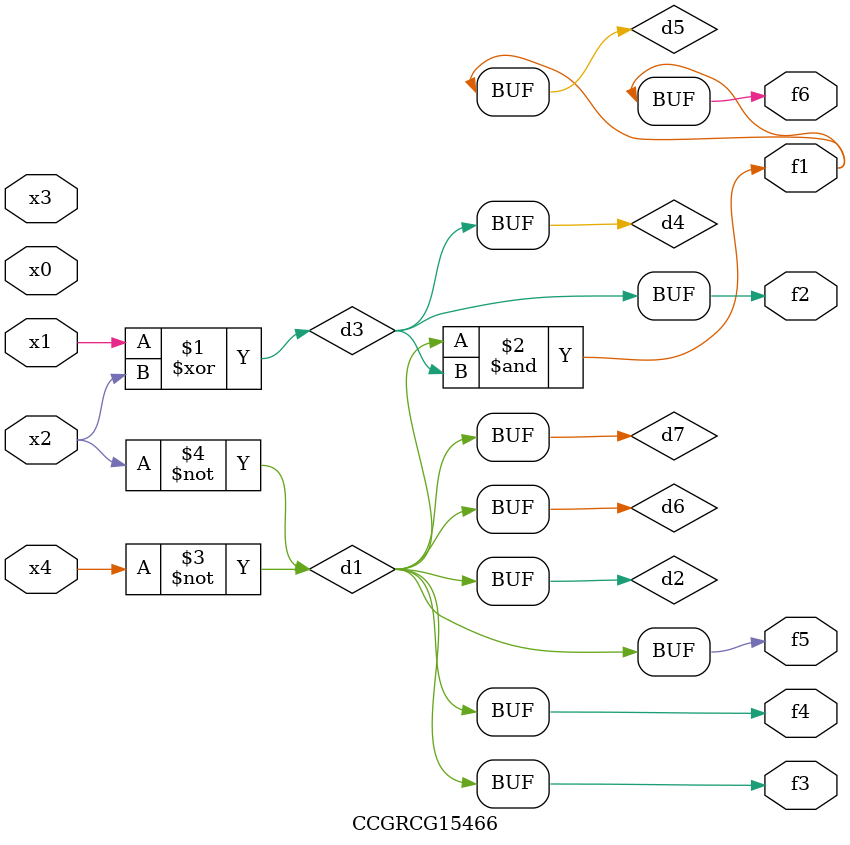
<source format=v>
module CCGRCG15466(
	input x0, x1, x2, x3, x4,
	output f1, f2, f3, f4, f5, f6
);

	wire d1, d2, d3, d4, d5, d6, d7;

	not (d1, x4);
	not (d2, x2);
	xor (d3, x1, x2);
	buf (d4, d3);
	and (d5, d1, d3);
	buf (d6, d1, d2);
	buf (d7, d2);
	assign f1 = d5;
	assign f2 = d4;
	assign f3 = d7;
	assign f4 = d7;
	assign f5 = d7;
	assign f6 = d5;
endmodule

</source>
